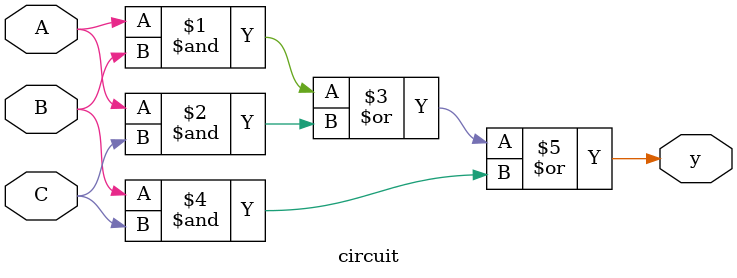
<source format=v>
`timescale 1ns / 1ps


module circuit(
    input A,
    input B,
    input C,
    output y
    );

    assign y = (A&B) | (A&C) | (B&C);
endmodule

</source>
